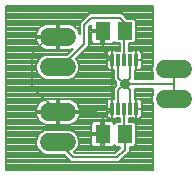
<source format=gtl>
G75*
%MOIN*%
%OFA0B0*%
%FSLAX25Y25*%
%IPPOS*%
%LPD*%
%AMOC8*
5,1,8,0,0,1.08239X$1,22.5*
%
%ADD10R,0.05118X0.05906*%
%ADD11R,0.01181X0.03937*%
%ADD12C,0.06000*%
%ADD13C,0.00787*%
%ADD14C,0.03575*%
D10*
X0059961Y0017804D03*
X0067441Y0017804D03*
X0067441Y0052214D03*
X0059961Y0052214D03*
D11*
X0063228Y0042450D03*
X0065197Y0042450D03*
X0067165Y0042450D03*
X0069134Y0042450D03*
X0071102Y0042450D03*
X0071102Y0026308D03*
X0069134Y0026308D03*
X0067165Y0026308D03*
X0065197Y0026308D03*
X0063228Y0026308D03*
D12*
X0048000Y0025167D02*
X0042000Y0025167D01*
X0042000Y0015167D02*
X0048000Y0015167D01*
X0080661Y0029576D02*
X0086661Y0029576D01*
X0086661Y0039576D02*
X0080661Y0039576D01*
X0048000Y0040167D02*
X0042000Y0040167D01*
X0042000Y0050167D02*
X0048000Y0050167D01*
D13*
X0027693Y0060663D02*
X0027693Y0005970D01*
X0076693Y0005970D01*
X0076693Y0028231D01*
X0076480Y0028744D01*
X0076480Y0030408D01*
X0076693Y0030921D01*
X0076693Y0032923D01*
X0070709Y0032923D01*
X0070709Y0029671D01*
X0071102Y0029671D01*
X0071102Y0026309D01*
X0071102Y0026309D01*
X0071102Y0029671D01*
X0071876Y0029671D01*
X0072231Y0029576D01*
X0072549Y0029392D01*
X0072808Y0029133D01*
X0072992Y0028815D01*
X0073087Y0028460D01*
X0073087Y0026308D01*
X0071102Y0026308D01*
X0071102Y0026308D01*
X0071102Y0022946D01*
X0070328Y0022946D01*
X0069974Y0023041D01*
X0069770Y0023159D01*
X0068740Y0023159D01*
X0068740Y0021938D01*
X0070489Y0021938D01*
X0071181Y0021246D01*
X0071181Y0014362D01*
X0070489Y0013671D01*
X0069016Y0013671D01*
X0069016Y0011995D01*
X0068093Y0011072D01*
X0065534Y0008513D01*
X0049426Y0008513D01*
X0048504Y0009436D01*
X0046954Y0010986D01*
X0041168Y0010986D01*
X0039632Y0011622D01*
X0038455Y0012798D01*
X0037819Y0014335D01*
X0037819Y0015998D01*
X0038455Y0017535D01*
X0039632Y0018711D01*
X0041168Y0019348D01*
X0048832Y0019348D01*
X0050368Y0018711D01*
X0051545Y0017535D01*
X0052181Y0015998D01*
X0052181Y0014335D01*
X0051545Y0012798D01*
X0050570Y0011824D01*
X0050731Y0011663D01*
X0064230Y0011663D01*
X0065866Y0013299D01*
X0065866Y0013671D01*
X0064393Y0013671D01*
X0063793Y0014270D01*
X0063635Y0013996D01*
X0063375Y0013736D01*
X0063058Y0013553D01*
X0062703Y0013458D01*
X0060354Y0013458D01*
X0060354Y0017411D01*
X0059567Y0017411D01*
X0056008Y0017411D01*
X0056008Y0014668D01*
X0056103Y0014314D01*
X0056286Y0013996D01*
X0056546Y0013736D01*
X0056864Y0013553D01*
X0057218Y0013458D01*
X0059567Y0013458D01*
X0059567Y0017411D01*
X0059567Y0018198D01*
X0056008Y0018198D01*
X0056008Y0020941D01*
X0056103Y0021295D01*
X0056286Y0021613D01*
X0056546Y0021872D01*
X0056864Y0022056D01*
X0057218Y0022151D01*
X0059567Y0022151D01*
X0059567Y0018198D01*
X0060354Y0018198D01*
X0060354Y0022151D01*
X0062703Y0022151D01*
X0063058Y0022056D01*
X0063375Y0021872D01*
X0063635Y0021613D01*
X0063793Y0021339D01*
X0064393Y0021938D01*
X0065591Y0021938D01*
X0065591Y0023159D01*
X0064561Y0023159D01*
X0064357Y0023041D01*
X0064002Y0022946D01*
X0063228Y0022946D01*
X0063228Y0026308D01*
X0063228Y0026308D01*
X0061244Y0026308D01*
X0061244Y0024156D01*
X0061339Y0023802D01*
X0061523Y0023484D01*
X0061782Y0023225D01*
X0062100Y0023041D01*
X0062454Y0022946D01*
X0063228Y0022946D01*
X0063228Y0026308D01*
X0063228Y0026308D01*
X0061244Y0026308D01*
X0061244Y0028460D01*
X0061339Y0028815D01*
X0061523Y0029133D01*
X0061782Y0029392D01*
X0062100Y0029576D01*
X0062454Y0029671D01*
X0063228Y0029671D01*
X0063228Y0026309D01*
X0063228Y0026309D01*
X0063228Y0029671D01*
X0063622Y0029671D01*
X0063622Y0033102D01*
X0064320Y0033800D01*
X0064276Y0033907D01*
X0064276Y0035088D01*
X0064320Y0035195D01*
X0063622Y0035892D01*
X0063622Y0039088D01*
X0063228Y0039088D01*
X0063228Y0042450D01*
X0061244Y0042450D01*
X0061244Y0040298D01*
X0061339Y0039944D01*
X0061523Y0039626D01*
X0061782Y0039366D01*
X0062100Y0039183D01*
X0062454Y0039088D01*
X0063228Y0039088D01*
X0063228Y0042450D01*
X0063228Y0042450D01*
X0063228Y0042450D01*
X0061244Y0042450D01*
X0061244Y0044602D01*
X0061339Y0044957D01*
X0061523Y0045274D01*
X0061782Y0045534D01*
X0062100Y0045717D01*
X0062454Y0045812D01*
X0063228Y0045812D01*
X0063228Y0042450D01*
X0063228Y0042450D01*
X0063228Y0026308D01*
X0060276Y0023356D01*
X0059961Y0023041D01*
X0057835Y0025167D01*
X0045000Y0025167D01*
X0036535Y0033631D01*
X0036535Y0044734D01*
X0041969Y0050167D01*
X0045000Y0050167D01*
X0044606Y0050113D02*
X0027693Y0050113D01*
X0027693Y0050899D02*
X0037667Y0050899D01*
X0037714Y0051196D02*
X0037614Y0050560D01*
X0044606Y0050560D01*
X0044606Y0049773D01*
X0037614Y0049773D01*
X0037714Y0049138D01*
X0037928Y0048480D01*
X0038242Y0047864D01*
X0038649Y0047304D01*
X0039138Y0046815D01*
X0039697Y0046409D01*
X0040313Y0046095D01*
X0040971Y0045881D01*
X0041654Y0045773D01*
X0044606Y0045773D01*
X0044606Y0049773D01*
X0045394Y0049773D01*
X0045394Y0045773D01*
X0048346Y0045773D01*
X0049029Y0045881D01*
X0049687Y0046095D01*
X0050005Y0046257D01*
X0048096Y0044348D01*
X0041168Y0044348D01*
X0039632Y0043711D01*
X0038455Y0042535D01*
X0037819Y0040998D01*
X0037819Y0039335D01*
X0038455Y0037798D01*
X0039632Y0036622D01*
X0041168Y0035986D01*
X0048832Y0035986D01*
X0050368Y0036622D01*
X0051545Y0037798D01*
X0052181Y0039335D01*
X0052181Y0040998D01*
X0051545Y0042535D01*
X0051141Y0042939D01*
X0055433Y0047231D01*
X0055433Y0053530D01*
X0056008Y0054105D01*
X0056008Y0052608D01*
X0059567Y0052608D01*
X0059567Y0051820D01*
X0060354Y0051820D01*
X0060354Y0047867D01*
X0062703Y0047867D01*
X0063058Y0047962D01*
X0063375Y0048146D01*
X0063635Y0048405D01*
X0063793Y0048680D01*
X0064393Y0048080D01*
X0065591Y0048080D01*
X0065591Y0045600D01*
X0064561Y0045600D01*
X0064357Y0045717D01*
X0064002Y0045812D01*
X0063228Y0045812D01*
X0063228Y0042450D01*
X0059961Y0045718D01*
X0059961Y0052214D01*
X0059567Y0052471D02*
X0055433Y0052471D01*
X0055433Y0053257D02*
X0056008Y0053257D01*
X0056008Y0054042D02*
X0055945Y0054042D01*
X0053858Y0054182D02*
X0056220Y0056545D01*
X0065669Y0056545D01*
X0067244Y0054970D01*
X0067244Y0050836D01*
X0067441Y0052214D01*
X0067165Y0050364D01*
X0067165Y0042450D01*
X0065197Y0042450D02*
X0065197Y0036545D01*
X0067244Y0034497D01*
X0076693Y0034497D01*
X0083661Y0034497D01*
X0083661Y0039576D01*
X0076693Y0038231D02*
X0076693Y0036072D01*
X0070709Y0036072D01*
X0070709Y0037039D01*
X0070709Y0039088D01*
X0071102Y0039088D01*
X0071102Y0042450D01*
X0071102Y0042450D01*
X0071102Y0045812D01*
X0070328Y0045812D01*
X0069974Y0045717D01*
X0069770Y0045600D01*
X0068740Y0045600D01*
X0068740Y0048080D01*
X0070489Y0048080D01*
X0071181Y0048772D01*
X0071181Y0055656D01*
X0070489Y0056348D01*
X0068093Y0056348D01*
X0067896Y0056545D01*
X0066322Y0058119D01*
X0055568Y0058119D01*
X0054646Y0057197D01*
X0052283Y0054835D01*
X0052283Y0051202D01*
X0052072Y0051853D01*
X0051758Y0052469D01*
X0051351Y0053029D01*
X0050862Y0053518D01*
X0050303Y0053924D01*
X0049687Y0054238D01*
X0049029Y0054452D01*
X0048346Y0054560D01*
X0045394Y0054560D01*
X0045394Y0050560D01*
X0044606Y0050560D01*
X0044606Y0054560D01*
X0041654Y0054560D01*
X0040971Y0054452D01*
X0040313Y0054238D01*
X0039697Y0053924D01*
X0039138Y0053518D01*
X0038649Y0053029D01*
X0038242Y0052469D01*
X0037928Y0051853D01*
X0037714Y0051196D01*
X0037873Y0051685D02*
X0027693Y0051685D01*
X0027693Y0052471D02*
X0038243Y0052471D01*
X0038876Y0053257D02*
X0027693Y0053257D01*
X0027693Y0054042D02*
X0039929Y0054042D01*
X0044606Y0054042D02*
X0045394Y0054042D01*
X0045394Y0053257D02*
X0044606Y0053257D01*
X0044606Y0052471D02*
X0045394Y0052471D01*
X0045394Y0051685D02*
X0044606Y0051685D01*
X0044606Y0050899D02*
X0045394Y0050899D01*
X0045394Y0049327D02*
X0044606Y0049327D01*
X0044606Y0048541D02*
X0045394Y0048541D01*
X0045394Y0047755D02*
X0044606Y0047755D01*
X0044606Y0046969D02*
X0045394Y0046969D01*
X0045394Y0046183D02*
X0044606Y0046183D01*
X0048359Y0044612D02*
X0027693Y0044612D01*
X0027693Y0045397D02*
X0049145Y0045397D01*
X0049860Y0046183D02*
X0049931Y0046183D01*
X0052028Y0043826D02*
X0061244Y0043826D01*
X0061247Y0044612D02*
X0052814Y0044612D01*
X0053600Y0045397D02*
X0061646Y0045397D01*
X0063228Y0045397D02*
X0063228Y0045397D01*
X0063228Y0044612D02*
X0063228Y0044612D01*
X0063228Y0043826D02*
X0063228Y0043826D01*
X0063228Y0043040D02*
X0063228Y0043040D01*
X0063228Y0042254D02*
X0063228Y0042254D01*
X0063228Y0041468D02*
X0063228Y0041468D01*
X0063228Y0040682D02*
X0063228Y0040682D01*
X0063228Y0039896D02*
X0063228Y0039896D01*
X0063228Y0039110D02*
X0063228Y0039110D01*
X0062371Y0039110D02*
X0052088Y0039110D01*
X0052181Y0039896D02*
X0061367Y0039896D01*
X0061244Y0040682D02*
X0052181Y0040682D01*
X0051987Y0041468D02*
X0061244Y0041468D01*
X0061244Y0042254D02*
X0051661Y0042254D01*
X0051242Y0043040D02*
X0061244Y0043040D01*
X0065591Y0046183D02*
X0054386Y0046183D01*
X0055171Y0046969D02*
X0065591Y0046969D01*
X0065591Y0047755D02*
X0055433Y0047755D01*
X0055433Y0048541D02*
X0056208Y0048541D01*
X0056286Y0048405D02*
X0056546Y0048146D01*
X0056864Y0047962D01*
X0057218Y0047867D01*
X0059567Y0047867D01*
X0059567Y0051820D01*
X0056008Y0051820D01*
X0056008Y0049078D01*
X0056103Y0048723D01*
X0056286Y0048405D01*
X0056008Y0049327D02*
X0055433Y0049327D01*
X0055433Y0050113D02*
X0056008Y0050113D01*
X0056008Y0050899D02*
X0055433Y0050899D01*
X0055433Y0051685D02*
X0056008Y0051685D01*
X0052283Y0051685D02*
X0052127Y0051685D01*
X0052283Y0052471D02*
X0051757Y0052471D01*
X0052283Y0053257D02*
X0051124Y0053257D01*
X0050071Y0054042D02*
X0052283Y0054042D01*
X0052283Y0054828D02*
X0027693Y0054828D01*
X0027693Y0055614D02*
X0053063Y0055614D01*
X0053849Y0056400D02*
X0027693Y0056400D01*
X0027693Y0057186D02*
X0054635Y0057186D01*
X0055421Y0057972D02*
X0027693Y0057972D01*
X0027693Y0058758D02*
X0076693Y0058758D01*
X0076693Y0059544D02*
X0027693Y0059544D01*
X0027693Y0060330D02*
X0076693Y0060330D01*
X0076693Y0060663D02*
X0076693Y0040921D01*
X0076480Y0040408D01*
X0076480Y0038744D01*
X0076693Y0038231D01*
X0076654Y0038324D02*
X0070709Y0038324D01*
X0070709Y0037538D02*
X0076693Y0037538D01*
X0076693Y0036752D02*
X0070709Y0036752D01*
X0069134Y0036387D02*
X0067244Y0034497D01*
X0069134Y0032608D01*
X0069134Y0026308D01*
X0067165Y0026308D02*
X0067165Y0018080D01*
X0067441Y0017804D01*
X0067441Y0012647D01*
X0064882Y0010088D01*
X0050079Y0010088D01*
X0045000Y0015167D01*
X0050403Y0018676D02*
X0056008Y0018676D01*
X0056008Y0019462D02*
X0027693Y0019462D01*
X0027693Y0018676D02*
X0039597Y0018676D01*
X0038811Y0017890D02*
X0027693Y0017890D01*
X0027693Y0017105D02*
X0038277Y0017105D01*
X0037952Y0016319D02*
X0027693Y0016319D01*
X0027693Y0015533D02*
X0037819Y0015533D01*
X0037819Y0014747D02*
X0027693Y0014747D01*
X0027693Y0013961D02*
X0037974Y0013961D01*
X0038299Y0013175D02*
X0027693Y0013175D01*
X0027693Y0012389D02*
X0038865Y0012389D01*
X0039677Y0011603D02*
X0027693Y0011603D01*
X0027693Y0010817D02*
X0047122Y0010817D01*
X0047908Y0010031D02*
X0027693Y0010031D01*
X0027693Y0009245D02*
X0048694Y0009245D01*
X0051135Y0012389D02*
X0064956Y0012389D01*
X0065742Y0013175D02*
X0051701Y0013175D01*
X0052026Y0013961D02*
X0056321Y0013961D01*
X0056008Y0014747D02*
X0052181Y0014747D01*
X0052181Y0015533D02*
X0056008Y0015533D01*
X0056008Y0016319D02*
X0052048Y0016319D01*
X0051723Y0017105D02*
X0056008Y0017105D01*
X0059567Y0017105D02*
X0060354Y0017105D01*
X0059961Y0017608D02*
X0059961Y0017804D01*
X0059961Y0023041D01*
X0061615Y0023392D02*
X0052027Y0023392D01*
X0052072Y0023480D02*
X0052286Y0024138D01*
X0052386Y0024773D01*
X0045394Y0024773D01*
X0045394Y0025560D01*
X0052386Y0025560D01*
X0052286Y0026196D01*
X0052072Y0026853D01*
X0051758Y0027469D01*
X0051351Y0028029D01*
X0050862Y0028518D01*
X0050303Y0028924D01*
X0049687Y0029238D01*
X0049029Y0029452D01*
X0048346Y0029560D01*
X0045394Y0029560D01*
X0045394Y0025560D01*
X0044606Y0025560D01*
X0044606Y0024773D01*
X0037614Y0024773D01*
X0037714Y0024138D01*
X0037928Y0023480D01*
X0038242Y0022864D01*
X0038649Y0022304D01*
X0039138Y0021815D01*
X0039697Y0021409D01*
X0040313Y0021095D01*
X0040971Y0020881D01*
X0041654Y0020773D01*
X0044606Y0020773D01*
X0044606Y0024773D01*
X0045394Y0024773D01*
X0045394Y0020773D01*
X0048346Y0020773D01*
X0049029Y0020881D01*
X0049687Y0021095D01*
X0050303Y0021409D01*
X0050862Y0021815D01*
X0051351Y0022304D01*
X0051758Y0022864D01*
X0052072Y0023480D01*
X0052292Y0024178D02*
X0061244Y0024178D01*
X0061244Y0024964D02*
X0045394Y0024964D01*
X0045394Y0025750D02*
X0044606Y0025750D01*
X0044606Y0025560D02*
X0044606Y0029560D01*
X0041654Y0029560D01*
X0040971Y0029452D01*
X0040313Y0029238D01*
X0039697Y0028924D01*
X0039138Y0028518D01*
X0038649Y0028029D01*
X0038242Y0027469D01*
X0037928Y0026853D01*
X0037714Y0026196D01*
X0037614Y0025560D01*
X0044606Y0025560D01*
X0044606Y0024964D02*
X0027693Y0024964D01*
X0027693Y0025750D02*
X0037644Y0025750D01*
X0037825Y0026536D02*
X0027693Y0026536D01*
X0027693Y0027321D02*
X0038167Y0027321D01*
X0038727Y0028107D02*
X0027693Y0028107D01*
X0027693Y0028893D02*
X0039654Y0028893D01*
X0044606Y0028893D02*
X0045394Y0028893D01*
X0045394Y0028107D02*
X0044606Y0028107D01*
X0044606Y0027321D02*
X0045394Y0027321D01*
X0045394Y0026536D02*
X0044606Y0026536D01*
X0044606Y0024178D02*
X0045394Y0024178D01*
X0045394Y0023392D02*
X0044606Y0023392D01*
X0044606Y0022606D02*
X0045394Y0022606D01*
X0045394Y0021820D02*
X0044606Y0021820D01*
X0044606Y0021034D02*
X0045394Y0021034D01*
X0049500Y0021034D02*
X0056033Y0021034D01*
X0056008Y0020248D02*
X0027693Y0020248D01*
X0027693Y0021034D02*
X0040500Y0021034D01*
X0039133Y0021820D02*
X0027693Y0021820D01*
X0027693Y0022606D02*
X0038430Y0022606D01*
X0037973Y0023392D02*
X0027693Y0023392D01*
X0027693Y0024178D02*
X0037708Y0024178D01*
X0027693Y0029679D02*
X0063622Y0029679D01*
X0063622Y0030465D02*
X0027693Y0030465D01*
X0027693Y0031251D02*
X0063622Y0031251D01*
X0063622Y0032037D02*
X0027693Y0032037D01*
X0027693Y0032823D02*
X0063622Y0032823D01*
X0064128Y0033609D02*
X0027693Y0033609D01*
X0027693Y0034395D02*
X0064276Y0034395D01*
X0064314Y0035181D02*
X0027693Y0035181D01*
X0027693Y0035966D02*
X0063622Y0035966D01*
X0063622Y0036752D02*
X0050499Y0036752D01*
X0051285Y0037538D02*
X0063622Y0037538D01*
X0063622Y0038324D02*
X0051762Y0038324D01*
X0046142Y0040167D02*
X0053858Y0047883D01*
X0053858Y0054182D01*
X0059567Y0051685D02*
X0060354Y0051685D01*
X0060354Y0050899D02*
X0059567Y0050899D01*
X0059567Y0050113D02*
X0060354Y0050113D01*
X0060354Y0049327D02*
X0059567Y0049327D01*
X0059567Y0048541D02*
X0060354Y0048541D01*
X0063713Y0048541D02*
X0063932Y0048541D01*
X0068740Y0047755D02*
X0076693Y0047755D01*
X0076693Y0046969D02*
X0068740Y0046969D01*
X0068740Y0046183D02*
X0076693Y0046183D01*
X0076693Y0045397D02*
X0072685Y0045397D01*
X0072808Y0045274D02*
X0072549Y0045534D01*
X0072231Y0045717D01*
X0071876Y0045812D01*
X0071102Y0045812D01*
X0071102Y0042450D01*
X0071102Y0042450D01*
X0071102Y0039088D01*
X0071876Y0039088D01*
X0072231Y0039183D01*
X0072549Y0039366D01*
X0072808Y0039626D01*
X0072992Y0039944D01*
X0073087Y0040298D01*
X0073087Y0042450D01*
X0071102Y0042450D01*
X0071102Y0042450D01*
X0073087Y0042450D01*
X0073087Y0044602D01*
X0072992Y0044957D01*
X0072808Y0045274D01*
X0073084Y0044612D02*
X0076693Y0044612D01*
X0076693Y0043826D02*
X0073087Y0043826D01*
X0073087Y0043040D02*
X0076693Y0043040D01*
X0076693Y0042254D02*
X0073087Y0042254D01*
X0073087Y0041468D02*
X0076693Y0041468D01*
X0076594Y0040682D02*
X0073087Y0040682D01*
X0072964Y0039896D02*
X0076480Y0039896D01*
X0076480Y0039110D02*
X0071959Y0039110D01*
X0071102Y0039110D02*
X0071102Y0039110D01*
X0071102Y0039896D02*
X0071102Y0039896D01*
X0071102Y0040682D02*
X0071102Y0040682D01*
X0071102Y0041468D02*
X0071102Y0041468D01*
X0071102Y0042254D02*
X0071102Y0042254D01*
X0071102Y0043040D02*
X0071102Y0043040D01*
X0071102Y0043826D02*
X0071102Y0043826D01*
X0071102Y0044612D02*
X0071102Y0044612D01*
X0071102Y0045397D02*
X0071102Y0045397D01*
X0069134Y0042450D02*
X0069134Y0036387D01*
X0067244Y0034497D02*
X0065197Y0032450D01*
X0065197Y0026308D01*
X0063228Y0026536D02*
X0063228Y0026536D01*
X0063228Y0027321D02*
X0063228Y0027321D01*
X0063228Y0028107D02*
X0063228Y0028107D01*
X0063228Y0028893D02*
X0063228Y0028893D01*
X0061384Y0028893D02*
X0050346Y0028893D01*
X0051273Y0028107D02*
X0061244Y0028107D01*
X0061244Y0027321D02*
X0051833Y0027321D01*
X0052175Y0026536D02*
X0061244Y0026536D01*
X0061244Y0025750D02*
X0052356Y0025750D01*
X0051570Y0022606D02*
X0065591Y0022606D01*
X0064274Y0021820D02*
X0063428Y0021820D01*
X0063228Y0023392D02*
X0063228Y0023392D01*
X0063228Y0024178D02*
X0063228Y0024178D01*
X0063228Y0024964D02*
X0063228Y0024964D01*
X0063228Y0025750D02*
X0063228Y0025750D01*
X0068740Y0022606D02*
X0076693Y0022606D01*
X0076693Y0023392D02*
X0072716Y0023392D01*
X0072808Y0023484D02*
X0072992Y0023802D01*
X0073087Y0024156D01*
X0073087Y0026308D01*
X0071102Y0026308D01*
X0071102Y0022946D01*
X0071876Y0022946D01*
X0072231Y0023041D01*
X0072549Y0023225D01*
X0072808Y0023484D01*
X0073087Y0024178D02*
X0076693Y0024178D01*
X0076693Y0024964D02*
X0073087Y0024964D01*
X0073087Y0025750D02*
X0076693Y0025750D01*
X0076693Y0026536D02*
X0073087Y0026536D01*
X0073087Y0027321D02*
X0076693Y0027321D01*
X0076693Y0028107D02*
X0073087Y0028107D01*
X0072946Y0028893D02*
X0076480Y0028893D01*
X0076480Y0029679D02*
X0070709Y0029679D01*
X0070709Y0030465D02*
X0076504Y0030465D01*
X0076693Y0031251D02*
X0070709Y0031251D01*
X0070709Y0032037D02*
X0076693Y0032037D01*
X0076693Y0032823D02*
X0070709Y0032823D01*
X0071102Y0028893D02*
X0071102Y0028893D01*
X0071102Y0028107D02*
X0071102Y0028107D01*
X0071102Y0027321D02*
X0071102Y0027321D01*
X0071102Y0026536D02*
X0071102Y0026536D01*
X0071102Y0026308D02*
X0071102Y0026308D01*
X0071102Y0025750D02*
X0071102Y0025750D01*
X0071102Y0024964D02*
X0071102Y0024964D01*
X0071102Y0024178D02*
X0071102Y0024178D01*
X0071102Y0023392D02*
X0071102Y0023392D01*
X0070607Y0021820D02*
X0076693Y0021820D01*
X0076693Y0021034D02*
X0071181Y0021034D01*
X0071181Y0020248D02*
X0076693Y0020248D01*
X0076693Y0019462D02*
X0071181Y0019462D01*
X0071181Y0018676D02*
X0076693Y0018676D01*
X0076693Y0017890D02*
X0071181Y0017890D01*
X0071181Y0017105D02*
X0076693Y0017105D01*
X0076693Y0016319D02*
X0071181Y0016319D01*
X0071181Y0015533D02*
X0076693Y0015533D01*
X0076693Y0014747D02*
X0071181Y0014747D01*
X0070780Y0013961D02*
X0076693Y0013961D01*
X0076693Y0013175D02*
X0069016Y0013175D01*
X0069016Y0012389D02*
X0076693Y0012389D01*
X0076693Y0011603D02*
X0068624Y0011603D01*
X0067838Y0010817D02*
X0076693Y0010817D01*
X0076693Y0010031D02*
X0067052Y0010031D01*
X0066267Y0009245D02*
X0076693Y0009245D01*
X0076693Y0008460D02*
X0027693Y0008460D01*
X0027693Y0007674D02*
X0076693Y0007674D01*
X0076693Y0006888D02*
X0027693Y0006888D01*
X0027693Y0006102D02*
X0076693Y0006102D01*
X0064102Y0013961D02*
X0063600Y0013961D01*
X0060354Y0013961D02*
X0059567Y0013961D01*
X0059567Y0014747D02*
X0060354Y0014747D01*
X0060354Y0015533D02*
X0059567Y0015533D01*
X0059567Y0016319D02*
X0060354Y0016319D01*
X0059567Y0017890D02*
X0051189Y0017890D01*
X0050867Y0021820D02*
X0056493Y0021820D01*
X0059567Y0021820D02*
X0060354Y0021820D01*
X0060354Y0021034D02*
X0059567Y0021034D01*
X0059567Y0020248D02*
X0060354Y0020248D01*
X0060354Y0019462D02*
X0059567Y0019462D01*
X0059567Y0018676D02*
X0060354Y0018676D01*
X0083661Y0029576D02*
X0083661Y0034497D01*
X0076693Y0048541D02*
X0070950Y0048541D01*
X0071181Y0049327D02*
X0076693Y0049327D01*
X0076693Y0050113D02*
X0071181Y0050113D01*
X0071181Y0050899D02*
X0076693Y0050899D01*
X0076693Y0051685D02*
X0071181Y0051685D01*
X0071181Y0052471D02*
X0076693Y0052471D01*
X0076693Y0053257D02*
X0071181Y0053257D01*
X0071181Y0054042D02*
X0076693Y0054042D01*
X0076693Y0054828D02*
X0071181Y0054828D01*
X0071181Y0055614D02*
X0076693Y0055614D01*
X0076693Y0056400D02*
X0068041Y0056400D01*
X0067255Y0057186D02*
X0076693Y0057186D01*
X0076693Y0057972D02*
X0066469Y0057972D01*
X0076693Y0060663D02*
X0027693Y0060663D01*
X0027693Y0049327D02*
X0037685Y0049327D01*
X0037908Y0048541D02*
X0027693Y0048541D01*
X0027693Y0047755D02*
X0038321Y0047755D01*
X0038984Y0046969D02*
X0027693Y0046969D01*
X0027693Y0046183D02*
X0040140Y0046183D01*
X0039908Y0043826D02*
X0027693Y0043826D01*
X0027693Y0043040D02*
X0038960Y0043040D01*
X0038339Y0042254D02*
X0027693Y0042254D01*
X0027693Y0041468D02*
X0038013Y0041468D01*
X0037819Y0040682D02*
X0027693Y0040682D01*
X0027693Y0039896D02*
X0037819Y0039896D01*
X0037912Y0039110D02*
X0027693Y0039110D01*
X0027693Y0038324D02*
X0038238Y0038324D01*
X0038715Y0037538D02*
X0027693Y0037538D01*
X0027693Y0036752D02*
X0039501Y0036752D01*
X0045000Y0040167D02*
X0046142Y0040167D01*
D14*
X0067244Y0034497D03*
M02*

</source>
